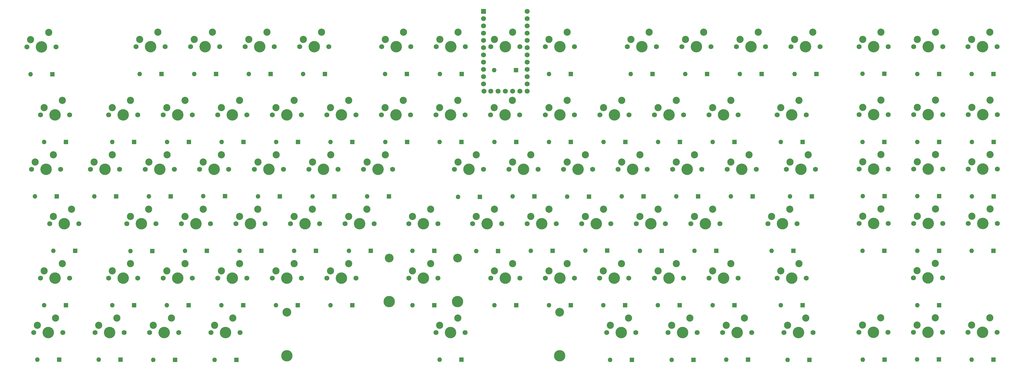
<source format=gbr>
G04 #@! TF.GenerationSoftware,KiCad,Pcbnew,8.0.0*
G04 #@! TF.CreationDate,2024-03-22T18:47:31-04:00*
G04 #@! TF.ProjectId,postmech2.1,706f7374-6d65-4636-9832-2e312e6b6963,2.1*
G04 #@! TF.SameCoordinates,Original*
G04 #@! TF.FileFunction,Soldermask,Bot*
G04 #@! TF.FilePolarity,Negative*
%FSLAX46Y46*%
G04 Gerber Fmt 4.6, Leading zero omitted, Abs format (unit mm)*
G04 Created by KiCad (PCBNEW 8.0.0) date 2024-03-22 18:47:31*
%MOMM*%
%LPD*%
G01*
G04 APERTURE LIST*
%ADD10C,1.750000*%
%ADD11C,4.000000*%
%ADD12C,2.500000*%
%ADD13C,3.048000*%
%ADD14C,3.987800*%
%ADD15R,1.752600X1.752600*%
%ADD16C,1.752600*%
%ADD17R,1.600000X1.600000*%
%ADD18O,1.600000X1.600000*%
G04 APERTURE END LIST*
D10*
X270515000Y-116475000D03*
D11*
X275595000Y-116475000D03*
D10*
X280675000Y-116475000D03*
D12*
X271785000Y-113935000D03*
X278135000Y-111395000D03*
D10*
X67274000Y-116475000D03*
D11*
X72354000Y-116475000D03*
D10*
X77434000Y-116475000D03*
D12*
X68544000Y-113935000D03*
X74894000Y-111395000D03*
D10*
X92677000Y-154580000D03*
D11*
X97757000Y-154580000D03*
D10*
X102837000Y-154580000D03*
D12*
X93947000Y-152040000D03*
X100297000Y-149500000D03*
D10*
X87907000Y-173630000D03*
D11*
X92987000Y-173630000D03*
D10*
X98067000Y-173630000D03*
D12*
X89177000Y-171090000D03*
X95527000Y-168550000D03*
D10*
X287947000Y-173625000D03*
D11*
X293027000Y-173625000D03*
D10*
X298107000Y-173625000D03*
D12*
X289217000Y-171085000D03*
X295567000Y-168545000D03*
D10*
X52981400Y-135525000D03*
D11*
X58061400Y-135525000D03*
D10*
X63141400Y-135525000D03*
D12*
X54251400Y-132985000D03*
X60601400Y-130445000D03*
D10*
X257808200Y-135535000D03*
D11*
X262888200Y-135535000D03*
D10*
X267968200Y-135535000D03*
D12*
X259078200Y-132995000D03*
X265428200Y-130455000D03*
D10*
X168882000Y-97425000D03*
D11*
X173962000Y-97425000D03*
D10*
X179042000Y-97425000D03*
D12*
X170152000Y-94885000D03*
X176502000Y-92345000D03*
D10*
X283222000Y-97425000D03*
D11*
X288302000Y-97425000D03*
D10*
X293382000Y-97425000D03*
D12*
X284492000Y-94885000D03*
X290842000Y-92345000D03*
D10*
X283197000Y-154570000D03*
D11*
X288277000Y-154570000D03*
D10*
X293357000Y-154570000D03*
D12*
X284467000Y-152030000D03*
X290817000Y-149490000D03*
D10*
X130777000Y-154570000D03*
D11*
X135857000Y-154570000D03*
D10*
X140937000Y-154570000D03*
D12*
X132047000Y-152030000D03*
X138397000Y-149490000D03*
D10*
X251470000Y-116475000D03*
D11*
X256550000Y-116475000D03*
D10*
X261630000Y-116475000D03*
D12*
X252740000Y-113935000D03*
X259090000Y-111395000D03*
D10*
X354682100Y-73614900D03*
D11*
X359762100Y-73614900D03*
D10*
X364842100Y-73614900D03*
D12*
X355952100Y-71074900D03*
X362302100Y-68534900D03*
D10*
X309387000Y-173625000D03*
D11*
X314467000Y-173625000D03*
D10*
X319547000Y-173625000D03*
D12*
X310657000Y-171085000D03*
X317007000Y-168545000D03*
D10*
X335582100Y-173600000D03*
D11*
X340662100Y-173600000D03*
D10*
X345742100Y-173600000D03*
D12*
X336852100Y-171060000D03*
X343202100Y-168520000D03*
D10*
X273717000Y-73614900D03*
D11*
X278797000Y-73614900D03*
D10*
X283877000Y-73614900D03*
D12*
X274987000Y-71074900D03*
X281337000Y-68534900D03*
D13*
X135807000Y-166585050D03*
D14*
X135807000Y-181795050D03*
D13*
X231057000Y-166585050D03*
D14*
X231057000Y-181795050D03*
D10*
X232425000Y-116470000D03*
D11*
X237505000Y-116470000D03*
D10*
X242585000Y-116470000D03*
D12*
X233695000Y-113930000D03*
X240045000Y-111390000D03*
D10*
X226042000Y-97425000D03*
D11*
X231122000Y-97425000D03*
D10*
X236202000Y-97425000D03*
D12*
X227312000Y-94885000D03*
X233662000Y-92345000D03*
D10*
X254667000Y-73614900D03*
D11*
X259747000Y-73614900D03*
D10*
X264827000Y-73614900D03*
D12*
X255937000Y-71074900D03*
X262287000Y-68534900D03*
D10*
X303832600Y-135530000D03*
D11*
X308912600Y-135530000D03*
D10*
X313992600Y-135530000D03*
D12*
X305102600Y-132990000D03*
X311452600Y-130450000D03*
D10*
X86339000Y-116475000D03*
D11*
X91419000Y-116475000D03*
D10*
X96499000Y-116475000D03*
D12*
X87609000Y-113935000D03*
X93959000Y-111395000D03*
D10*
X219718200Y-135530000D03*
D11*
X224798200Y-135530000D03*
D10*
X229878200Y-135530000D03*
D12*
X220988200Y-132990000D03*
X227338200Y-130450000D03*
D10*
X354632100Y-154550000D03*
D11*
X359712100Y-154550000D03*
D10*
X364792100Y-154550000D03*
D12*
X355902100Y-152010000D03*
X362252100Y-149470000D03*
D10*
X206987000Y-154570000D03*
D11*
X212067000Y-154570000D03*
D10*
X217147000Y-154570000D03*
D12*
X208257000Y-152030000D03*
X214607000Y-149490000D03*
D10*
X46634000Y-116470000D03*
D11*
X51714000Y-116470000D03*
D10*
X56794000Y-116470000D03*
D12*
X47904000Y-113930000D03*
X54254000Y-111390000D03*
D10*
X111732000Y-154575000D03*
D11*
X116812000Y-154575000D03*
D10*
X121892000Y-154575000D03*
D12*
X113002000Y-152035000D03*
X119352000Y-149495000D03*
D10*
X109337000Y-173630000D03*
D11*
X114417000Y-173630000D03*
D10*
X119497000Y-173630000D03*
D12*
X110607000Y-171090000D03*
X116957000Y-168550000D03*
D10*
X247462000Y-173625000D03*
D11*
X252542000Y-173625000D03*
D10*
X257622000Y-173625000D03*
D12*
X248732000Y-171085000D03*
X255082000Y-168545000D03*
D10*
X111732000Y-97425000D03*
D11*
X116812000Y-97425000D03*
D10*
X121892000Y-97425000D03*
D12*
X113002000Y-94885000D03*
X119352000Y-92345000D03*
D10*
X276848200Y-135535000D03*
D11*
X281928200Y-135535000D03*
D10*
X287008200Y-135535000D03*
D12*
X278118200Y-132995000D03*
X284468200Y-130455000D03*
D10*
X137130800Y-135520000D03*
D11*
X142210800Y-135520000D03*
D10*
X147290800Y-135520000D03*
D12*
X138400800Y-132980000D03*
X144750800Y-130440000D03*
D10*
X49812000Y-97425000D03*
D11*
X54892000Y-97425000D03*
D10*
X59972000Y-97425000D03*
D12*
X51082000Y-94885000D03*
X57432000Y-92345000D03*
D10*
X140297000Y-73614900D03*
D11*
X145377000Y-73614900D03*
D10*
X150457000Y-73614900D03*
D12*
X141567000Y-71074900D03*
X147917000Y-68534900D03*
D10*
X187932000Y-97425000D03*
D11*
X193012000Y-97425000D03*
D10*
X198092000Y-97425000D03*
D12*
X189202000Y-94885000D03*
X195552000Y-92345000D03*
D10*
X92672000Y-97425000D03*
D11*
X97752000Y-97425000D03*
D10*
X102832000Y-97425000D03*
D12*
X93942000Y-94885000D03*
X100292000Y-92345000D03*
D10*
X102197000Y-73614900D03*
D11*
X107277000Y-73614900D03*
D10*
X112357000Y-73614900D03*
D12*
X103467000Y-71074900D03*
X109817000Y-68534900D03*
D10*
X373702100Y-116440000D03*
D11*
X378782100Y-116440000D03*
D10*
X383862100Y-116440000D03*
D12*
X374972100Y-113900000D03*
X381322100Y-111360000D03*
D10*
X118075800Y-135525000D03*
D11*
X123155800Y-135525000D03*
D10*
X128235800Y-135525000D03*
D12*
X119345800Y-132985000D03*
X125695800Y-130445000D03*
D10*
X311807000Y-73614900D03*
D11*
X316887000Y-73614900D03*
D10*
X321967000Y-73614900D03*
D12*
X313077000Y-71074900D03*
X319427000Y-68534900D03*
D10*
X156175800Y-135520000D03*
D11*
X161255800Y-135520000D03*
D10*
X166335800Y-135520000D03*
D12*
X157445800Y-132980000D03*
X163795800Y-130440000D03*
D10*
X178432000Y-135530000D03*
D11*
X183512000Y-135530000D03*
D10*
X188592000Y-135530000D03*
D12*
X179702000Y-132990000D03*
X186052000Y-130450000D03*
D10*
X99020800Y-135525000D03*
D11*
X104100800Y-135525000D03*
D10*
X109180800Y-135525000D03*
D12*
X100290800Y-132985000D03*
X106640800Y-130445000D03*
D10*
X373682100Y-73614900D03*
D11*
X378762100Y-73614900D03*
D10*
X383842100Y-73614900D03*
D12*
X374952100Y-71074900D03*
X381302100Y-68534900D03*
D10*
X354652100Y-116440000D03*
D11*
X359732100Y-116440000D03*
D10*
X364812100Y-116440000D03*
D12*
X355922100Y-113900000D03*
X362272100Y-111360000D03*
D10*
X289565000Y-116475000D03*
D11*
X294645000Y-116475000D03*
D10*
X299725000Y-116475000D03*
D12*
X290835000Y-113935000D03*
X297185000Y-111395000D03*
D10*
X105379000Y-116470000D03*
D11*
X110459000Y-116470000D03*
D10*
X115539000Y-116470000D03*
D12*
X106649000Y-113930000D03*
X112999000Y-111390000D03*
D10*
X264162000Y-97425000D03*
D11*
X269242000Y-97425000D03*
D10*
X274322000Y-97425000D03*
D12*
X265432000Y-94885000D03*
X271782000Y-92345000D03*
D15*
X204450000Y-61225000D03*
D16*
X204450000Y-63765000D03*
X204450000Y-66305000D03*
X204450000Y-68845000D03*
X204450000Y-71385000D03*
X204450000Y-73925000D03*
X204450000Y-76465000D03*
X204450000Y-79005000D03*
X204450000Y-81545000D03*
X204450000Y-84085000D03*
X204450000Y-86625000D03*
X204678600Y-89165000D03*
X219690000Y-89165000D03*
X219690000Y-86625000D03*
X219690000Y-84085000D03*
X219690000Y-81545000D03*
X219690000Y-79005000D03*
X219690000Y-76465000D03*
X219690000Y-73925000D03*
X219690000Y-71385000D03*
X219690000Y-68845000D03*
X219690000Y-66305000D03*
X219690000Y-63765000D03*
X219690000Y-61225000D03*
X206990000Y-89165000D03*
X209530000Y-89165000D03*
X212070000Y-89165000D03*
X214610000Y-89165000D03*
X217150000Y-89165000D03*
D10*
X238768200Y-135525000D03*
D11*
X243848200Y-135525000D03*
D10*
X248928200Y-135525000D03*
D12*
X240038200Y-132985000D03*
X246388200Y-130445000D03*
D10*
X206982000Y-97425000D03*
D11*
X212062000Y-97425000D03*
D10*
X217142000Y-97425000D03*
D12*
X208252000Y-94885000D03*
X214602000Y-92345000D03*
D10*
X124479000Y-116470000D03*
D11*
X129559000Y-116470000D03*
D10*
X134639000Y-116470000D03*
D12*
X125749000Y-113930000D03*
X132099000Y-111390000D03*
D10*
X49812000Y-154575000D03*
D11*
X54892000Y-154575000D03*
D10*
X59972000Y-154575000D03*
D12*
X51082000Y-152035000D03*
X57432000Y-149495000D03*
D10*
X162579000Y-116475000D03*
D11*
X167659000Y-116475000D03*
D10*
X172739000Y-116475000D03*
D12*
X163849000Y-113935000D03*
X170199000Y-111395000D03*
D10*
X45052000Y-73639900D03*
D11*
X50132000Y-73639900D03*
D10*
X55212000Y-73639900D03*
D12*
X46322000Y-71099900D03*
X52672000Y-68559900D03*
D10*
X213380000Y-116480000D03*
D11*
X218460000Y-116480000D03*
D10*
X223540000Y-116480000D03*
D12*
X214650000Y-113940000D03*
X221000000Y-111400000D03*
D10*
X335602100Y-116450000D03*
D11*
X340682100Y-116450000D03*
D10*
X345762100Y-116450000D03*
D12*
X336872100Y-113910000D03*
X343222100Y-111370000D03*
D10*
X226037000Y-154570000D03*
D11*
X231117000Y-154570000D03*
D10*
X236197000Y-154570000D03*
D12*
X227307000Y-152030000D03*
X233657000Y-149490000D03*
D10*
X143529000Y-116470000D03*
D11*
X148609000Y-116470000D03*
D10*
X153689000Y-116470000D03*
D12*
X144799000Y-113930000D03*
X151149000Y-111390000D03*
D10*
X335597100Y-135495000D03*
D11*
X340677100Y-135495000D03*
D10*
X345757100Y-135495000D03*
D12*
X336867100Y-132955000D03*
X343217100Y-130415000D03*
D10*
X354632100Y-173600000D03*
D11*
X359712100Y-173600000D03*
D10*
X364792100Y-173600000D03*
D12*
X355902100Y-171060000D03*
X362252100Y-168520000D03*
D10*
X121257000Y-73614900D03*
D11*
X126337000Y-73614900D03*
D10*
X131417000Y-73614900D03*
D12*
X122527000Y-71074900D03*
X128877000Y-68534900D03*
D10*
X335602100Y-73614900D03*
D11*
X340682100Y-73614900D03*
D10*
X345762100Y-73614900D03*
D12*
X336872100Y-71074900D03*
X343222100Y-68534900D03*
D10*
X130782000Y-97425000D03*
D11*
X135862000Y-97425000D03*
D10*
X140942000Y-97425000D03*
D12*
X132052000Y-94885000D03*
X138402000Y-92345000D03*
D10*
X47432000Y-173625000D03*
D11*
X52512000Y-173625000D03*
D10*
X57592000Y-173625000D03*
D12*
X48702000Y-171085000D03*
X55052000Y-168545000D03*
D10*
X373702100Y-97400000D03*
D11*
X378782100Y-97400000D03*
D10*
X383862100Y-97400000D03*
D12*
X374972100Y-94860000D03*
X381322100Y-92320000D03*
D10*
X373687100Y-173600000D03*
D11*
X378767100Y-173600000D03*
D10*
X383847100Y-173600000D03*
D12*
X374957100Y-171060000D03*
X381307100Y-168520000D03*
D10*
X73622000Y-97425000D03*
D11*
X78702000Y-97425000D03*
D10*
X83782000Y-97425000D03*
D12*
X74892000Y-94885000D03*
X81242000Y-92345000D03*
D10*
X187917000Y-173620000D03*
D11*
X192997000Y-173620000D03*
D10*
X198077000Y-173620000D03*
D12*
X189187000Y-171080000D03*
X195537000Y-168540000D03*
D10*
X268897000Y-173625000D03*
D11*
X273977000Y-173625000D03*
D10*
X279057000Y-173625000D03*
D12*
X270167000Y-171085000D03*
X276517000Y-168545000D03*
D13*
X171556000Y-147580000D03*
D14*
X171556000Y-162790000D03*
D13*
X195432000Y-147580000D03*
D14*
X195432000Y-162790000D03*
D10*
X292757000Y-73614900D03*
D11*
X297837000Y-73614900D03*
D10*
X302917000Y-73614900D03*
D12*
X294027000Y-71074900D03*
X300377000Y-68534900D03*
D10*
X307027000Y-97420000D03*
D11*
X312107000Y-97420000D03*
D10*
X317187000Y-97420000D03*
D12*
X308297000Y-94880000D03*
X314647000Y-92340000D03*
D10*
X310205000Y-116475000D03*
D11*
X315285000Y-116475000D03*
D10*
X320365000Y-116475000D03*
D12*
X311475000Y-113935000D03*
X317825000Y-111395000D03*
D10*
X200673200Y-135530000D03*
D11*
X205753200Y-135530000D03*
D10*
X210833200Y-135530000D03*
D12*
X201943200Y-132990000D03*
X208293200Y-130450000D03*
D10*
X226042000Y-73614900D03*
D11*
X231122000Y-73614900D03*
D10*
X236202000Y-73614900D03*
D12*
X227312000Y-71074900D03*
X233662000Y-68534900D03*
D10*
X354647100Y-135495000D03*
D11*
X359727100Y-135495000D03*
D10*
X364807100Y-135495000D03*
D12*
X355917100Y-132955000D03*
X362267100Y-130415000D03*
D10*
X206992000Y-73614900D03*
D11*
X212072000Y-73614900D03*
D10*
X217152000Y-73614900D03*
D12*
X208262000Y-71074900D03*
X214612000Y-68534900D03*
D10*
X79970800Y-135525000D03*
D11*
X85050800Y-135525000D03*
D10*
X90130800Y-135525000D03*
D12*
X81240800Y-132985000D03*
X87590800Y-130445000D03*
D10*
X354662100Y-97400000D03*
D11*
X359742100Y-97400000D03*
D10*
X364822100Y-97400000D03*
D12*
X355932100Y-94860000D03*
X362282100Y-92320000D03*
D10*
X73627000Y-154580000D03*
D11*
X78707000Y-154580000D03*
D10*
X83787000Y-154580000D03*
D12*
X74897000Y-152040000D03*
X81247000Y-149500000D03*
D10*
X68857000Y-173620000D03*
D11*
X73937000Y-173620000D03*
D10*
X79017000Y-173620000D03*
D12*
X70127000Y-171080000D03*
X76477000Y-168540000D03*
D10*
X245102000Y-97425000D03*
D11*
X250182000Y-97425000D03*
D10*
X255262000Y-97425000D03*
D12*
X246372000Y-94885000D03*
X252722000Y-92345000D03*
D10*
X245077000Y-154570000D03*
D11*
X250157000Y-154570000D03*
D10*
X255237000Y-154570000D03*
D12*
X246347000Y-152030000D03*
X252697000Y-149490000D03*
D10*
X168892000Y-73614900D03*
D11*
X173972000Y-73614900D03*
D10*
X179052000Y-73614900D03*
D12*
X170162000Y-71074900D03*
X176512000Y-68534900D03*
D10*
X194335000Y-116480000D03*
D11*
X199415000Y-116480000D03*
D10*
X204495000Y-116480000D03*
D12*
X195605000Y-113940000D03*
X201955000Y-111400000D03*
D10*
X264137000Y-154570000D03*
D11*
X269217000Y-154570000D03*
D10*
X274297000Y-154570000D03*
D12*
X265407000Y-152030000D03*
X271757000Y-149490000D03*
D10*
X83157000Y-73614900D03*
D11*
X88237000Y-73614900D03*
D10*
X93317000Y-73614900D03*
D12*
X84427000Y-71074900D03*
X90777000Y-68534900D03*
D10*
X149827000Y-154570000D03*
D11*
X154907000Y-154570000D03*
D10*
X159987000Y-154570000D03*
D12*
X151097000Y-152030000D03*
X157447000Y-149490000D03*
D10*
X178407000Y-154570000D03*
D11*
X183487000Y-154570000D03*
D10*
X188567000Y-154570000D03*
D12*
X179677000Y-152030000D03*
X186027000Y-149490000D03*
D10*
X335602100Y-97400000D03*
D11*
X340682100Y-97400000D03*
D10*
X345762100Y-97400000D03*
D12*
X336872100Y-94860000D03*
X343222100Y-92320000D03*
D10*
X187942000Y-73614900D03*
D11*
X193022000Y-73614900D03*
D10*
X198102000Y-73614900D03*
D12*
X189212000Y-71074900D03*
X195562000Y-68534900D03*
D10*
X373702100Y-135495000D03*
D11*
X378782100Y-135495000D03*
D10*
X383862100Y-135495000D03*
D12*
X374972100Y-132955000D03*
X381322100Y-130415000D03*
D10*
X149832000Y-97425000D03*
D11*
X154912000Y-97425000D03*
D10*
X159992000Y-97425000D03*
D12*
X151102000Y-94885000D03*
X157452000Y-92345000D03*
D10*
X307017000Y-154570000D03*
D11*
X312097000Y-154570000D03*
D10*
X317177000Y-154570000D03*
D12*
X308287000Y-152030000D03*
X314637000Y-149490000D03*
D17*
X263517000Y-83114900D03*
D18*
X255897000Y-83114900D03*
D17*
X247627000Y-144975000D03*
D18*
X240007000Y-144975000D03*
D17*
X260367000Y-125950000D03*
D18*
X252747000Y-125950000D03*
D17*
X273017000Y-164100000D03*
D18*
X265397000Y-164100000D03*
D17*
X312717000Y-145050000D03*
D18*
X305097000Y-145050000D03*
D17*
X315937000Y-106950000D03*
D18*
X308317000Y-106950000D03*
D17*
X382592100Y-125990000D03*
D18*
X374972100Y-125990000D03*
D17*
X95227000Y-125960000D03*
D18*
X87607000Y-125960000D03*
D17*
X196817000Y-106950000D03*
D18*
X189197000Y-106950000D03*
D17*
X177772000Y-83104900D03*
D18*
X170152000Y-83104900D03*
D17*
X228592000Y-145050000D03*
D18*
X220972000Y-145050000D03*
D17*
X56327000Y-183150000D03*
D18*
X48707000Y-183150000D03*
D17*
X55507000Y-125990000D03*
D18*
X47887000Y-125990000D03*
D17*
X222267000Y-126030000D03*
D18*
X214647000Y-126030000D03*
D17*
X285727000Y-145000000D03*
D18*
X278107000Y-145000000D03*
D17*
X363542100Y-125940000D03*
D18*
X355922100Y-125940000D03*
D17*
X158707000Y-106940000D03*
D18*
X151087000Y-106940000D03*
D17*
X215872000Y-81814900D03*
D18*
X208252000Y-81814900D03*
D17*
X92047000Y-83104900D03*
D18*
X84427000Y-83104900D03*
D17*
X76177000Y-126010000D03*
D18*
X68557000Y-126010000D03*
D17*
X58707000Y-106980000D03*
D18*
X51087000Y-106980000D03*
D17*
X344482100Y-106950000D03*
D18*
X336862100Y-106950000D03*
D17*
X165092000Y-145075000D03*
D18*
X157472000Y-145075000D03*
D17*
X139677000Y-106960000D03*
D18*
X132057000Y-106960000D03*
D17*
X53927000Y-83214900D03*
D18*
X46307000Y-83214900D03*
D17*
X253967000Y-164100000D03*
D18*
X246347000Y-164100000D03*
D17*
X171464000Y-126000000D03*
D18*
X163844000Y-126000000D03*
D17*
X344487100Y-183125000D03*
D18*
X336867100Y-183125000D03*
D17*
X241300000Y-126050000D03*
D18*
X233680000Y-126050000D03*
D17*
X344492100Y-125900000D03*
D18*
X336872100Y-125900000D03*
D17*
X301597000Y-83164900D03*
D18*
X293977000Y-83164900D03*
D17*
X152407000Y-125970000D03*
D18*
X144787000Y-125970000D03*
D17*
X120607000Y-164125000D03*
D18*
X112987000Y-164125000D03*
D17*
X130127000Y-83114900D03*
D18*
X122507000Y-83114900D03*
D17*
X363537100Y-164070000D03*
D18*
X355917100Y-164070000D03*
D17*
X96792000Y-183200000D03*
D18*
X89172000Y-183200000D03*
D17*
X158717000Y-164075000D03*
D18*
X151097000Y-164075000D03*
D17*
X215892000Y-164125000D03*
D18*
X208272000Y-164125000D03*
D17*
X187292000Y-164075000D03*
D18*
X179672000Y-164075000D03*
D17*
X215887000Y-106960000D03*
D18*
X208267000Y-106960000D03*
D17*
X196797000Y-183150000D03*
D18*
X189177000Y-183150000D03*
D17*
X58702000Y-164075000D03*
D18*
X51082000Y-164075000D03*
D17*
X363582100Y-83114900D03*
D18*
X355962100Y-83114900D03*
D17*
X61902000Y-145025000D03*
D18*
X54282000Y-145025000D03*
D17*
X292092000Y-164075000D03*
D18*
X284472000Y-164075000D03*
D17*
X101567000Y-164100000D03*
D18*
X93947000Y-164100000D03*
D17*
X382572100Y-145050000D03*
D18*
X374952100Y-145050000D03*
D17*
X363552100Y-106900000D03*
D18*
X355932100Y-106900000D03*
D17*
X320707000Y-83164900D03*
D18*
X313087000Y-83164900D03*
D17*
X363542100Y-145010000D03*
D18*
X355922100Y-145010000D03*
D17*
X363497100Y-183075000D03*
D18*
X355877100Y-183075000D03*
D17*
X114267000Y-125930000D03*
D18*
X106647000Y-125930000D03*
D17*
X82517000Y-106960000D03*
D18*
X74897000Y-106960000D03*
D17*
X77742000Y-183150000D03*
D18*
X70122000Y-183150000D03*
D17*
X382562100Y-183150000D03*
D18*
X374942100Y-183150000D03*
D17*
X292117000Y-106950000D03*
D18*
X284497000Y-106950000D03*
D17*
X266727000Y-145050000D03*
D18*
X259107000Y-145050000D03*
D17*
X273037000Y-106980000D03*
D18*
X265417000Y-106980000D03*
D17*
X279407000Y-126010000D03*
D18*
X271787000Y-126010000D03*
D17*
X277807000Y-183200000D03*
D18*
X270187000Y-183200000D03*
D17*
X118227000Y-183225000D03*
D18*
X110607000Y-183225000D03*
D17*
X382562100Y-83174900D03*
D18*
X374942100Y-83174900D03*
D17*
X126892000Y-145050000D03*
D18*
X119272000Y-145050000D03*
D17*
X344482100Y-83094900D03*
D18*
X336862100Y-83094900D03*
D17*
X107917000Y-145050000D03*
D18*
X100297000Y-145050000D03*
D17*
X196842000Y-83104900D03*
D18*
X189222000Y-83104900D03*
D17*
X319097000Y-125960000D03*
D18*
X311477000Y-125960000D03*
D17*
X120627000Y-106950000D03*
D18*
X113007000Y-106950000D03*
D17*
X146017000Y-145050000D03*
D18*
X138397000Y-145050000D03*
D17*
X82517000Y-164095000D03*
D18*
X74897000Y-164095000D03*
D17*
X133364000Y-126000000D03*
D18*
X125744000Y-126000000D03*
D17*
X382592100Y-106940000D03*
D18*
X374972100Y-106940000D03*
D17*
X282587000Y-83144900D03*
D18*
X274967000Y-83144900D03*
D17*
X187317000Y-145025000D03*
D18*
X179697000Y-145025000D03*
D17*
X315902000Y-164075000D03*
D18*
X308282000Y-164075000D03*
D17*
X209592000Y-145125000D03*
D18*
X201972000Y-145125000D03*
D17*
X234932000Y-83134900D03*
D18*
X227312000Y-83134900D03*
D17*
X139667000Y-164100000D03*
D18*
X132047000Y-164100000D03*
D17*
X234927000Y-164075000D03*
D18*
X227307000Y-164075000D03*
D17*
X298477000Y-126010000D03*
D18*
X290857000Y-126010000D03*
D17*
X88867000Y-145125000D03*
D18*
X81247000Y-145125000D03*
D17*
X253987000Y-106930000D03*
D18*
X246367000Y-106930000D03*
D17*
X203227000Y-126120000D03*
D18*
X195607000Y-126120000D03*
D17*
X111087000Y-83104900D03*
D18*
X103467000Y-83104900D03*
D17*
X234947000Y-106920000D03*
D18*
X227327000Y-106920000D03*
D17*
X101597000Y-106930000D03*
D18*
X93977000Y-106930000D03*
D17*
X177777000Y-106960000D03*
D18*
X170157000Y-106960000D03*
D17*
X149157000Y-83134900D03*
D18*
X141537000Y-83134900D03*
D17*
X318257000Y-183225000D03*
D18*
X310637000Y-183225000D03*
D17*
X296817000Y-183175000D03*
D18*
X289197000Y-183175000D03*
D17*
X344472100Y-145040000D03*
D18*
X336852100Y-145040000D03*
D17*
X256342000Y-183200000D03*
D18*
X248722000Y-183200000D03*
M02*

</source>
